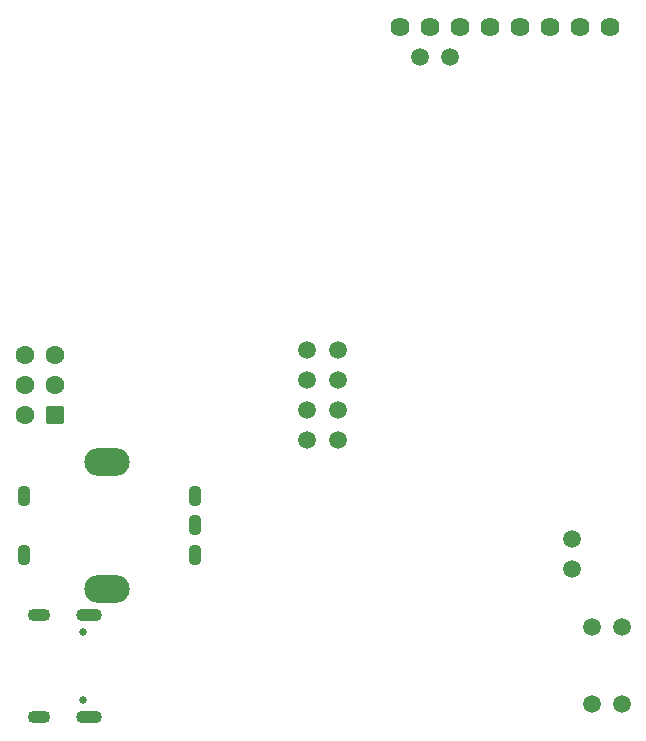
<source format=gbr>
%TF.GenerationSoftware,Altium Limited,Altium Designer,20.1.8 (145)*%
G04 Layer_Color=16711935*
%FSLAX45Y45*%
%MOMM*%
%TF.SameCoordinates,C5ED230C-B98B-42D8-9333-440794D2D960*%
%TF.FilePolarity,Negative*%
%TF.FileFunction,Soldermask,Bot*%
%TF.Part,Single*%
G01*
G75*
%TA.AperFunction,ComponentPad*%
%ADD42C,0.65000*%
%ADD45C,1.50000*%
%ADD54O,2.20002X1.10002*%
%ADD55O,1.90002X1.10002*%
G04:AMPARAMS|DCode=56|XSize=1.6mm|YSize=1.55mm|CornerRadius=0.23125mm|HoleSize=0mm|Usage=FLASHONLY|Rotation=90.000|XOffset=0mm|YOffset=0mm|HoleType=Round|Shape=RoundedRectangle|*
%AMROUNDEDRECTD56*
21,1,1.60000,1.08750,0,0,90.0*
21,1,1.13750,1.55000,0,0,90.0*
1,1,0.46250,0.54375,0.56875*
1,1,0.46250,0.54375,-0.56875*
1,1,0.46250,-0.54375,-0.56875*
1,1,0.46250,-0.54375,0.56875*
%
%ADD56ROUNDEDRECTD56*%
%ADD57O,1.55000X1.60000*%
G04:AMPARAMS|DCode=58|XSize=2.35mm|YSize=3.85mm|CornerRadius=1.175mm|HoleSize=0mm|Usage=FLASHONLY|Rotation=90.000|XOffset=0mm|YOffset=0mm|HoleType=Round|Shape=RoundedRectangle|*
%AMROUNDEDRECTD58*
21,1,2.35000,1.50000,0,0,90.0*
21,1,0.00000,3.85000,0,0,90.0*
1,1,2.35000,0.75000,0.00000*
1,1,2.35000,0.75000,0.00000*
1,1,2.35000,-0.75000,0.00000*
1,1,2.35000,-0.75000,0.00000*
%
%ADD58ROUNDEDRECTD58*%
%ADD59O,3.85000X2.35000*%
%ADD60O,1.10000X1.80000*%
%ADD61C,1.62400*%
D42*
X636009Y1046274D02*
D03*
Y467281D02*
D03*
D45*
X2538094Y3433784D02*
D03*
Y3179784D02*
D03*
X2794000Y3433784D02*
D03*
Y3179784D02*
D03*
Y2671784D02*
D03*
Y2925784D02*
D03*
X2538094Y2671784D02*
D03*
X4945380Y436880D02*
D03*
X5199380D02*
D03*
X4945382Y1084580D02*
D03*
X5199382D02*
D03*
X3746500Y5913500D02*
D03*
X3492500D02*
D03*
X4780309Y1576652D02*
D03*
Y1830652D02*
D03*
X2538094Y2925784D02*
D03*
D54*
X686001Y1188286D02*
D03*
Y324279D02*
D03*
D55*
X267993Y1188286D02*
D03*
Y324279D02*
D03*
D56*
X397000Y2876000D02*
D03*
D57*
Y3130000D02*
D03*
Y3384000D02*
D03*
X143000D02*
D03*
Y3130000D02*
D03*
Y2876000D02*
D03*
D58*
X838200Y1410680D02*
D03*
D59*
Y2485680D02*
D03*
D60*
X138200Y2198180D02*
D03*
Y1698180D02*
D03*
X1588200Y1948180D02*
D03*
Y2198180D02*
D03*
Y1698180D02*
D03*
D61*
X5103001Y6162500D02*
D03*
X4849001D02*
D03*
X4595001D02*
D03*
X4341001D02*
D03*
X4087001D02*
D03*
X3833001D02*
D03*
X3579001D02*
D03*
X3325001D02*
D03*
%TF.MD5,51b8f4892df156f5a4a43c43a502015d*%
M02*

</source>
